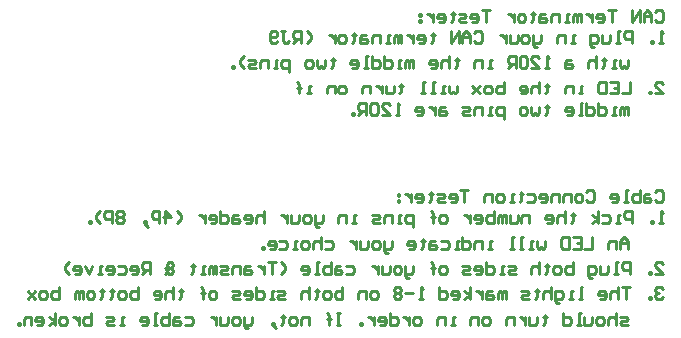
<source format=gbo>
G04*
G04 #@! TF.GenerationSoftware,Altium Limited,Altium Designer,22.6.1 (34)*
G04*
G04 Layer_Color=32896*
%FSLAX25Y25*%
%MOIN*%
G70*
G04*
G04 #@! TF.SameCoordinates,5978FB97-4CE2-4F40-84F9-A025567A3837*
G04*
G04*
G04 #@! TF.FilePolarity,Positive*
G04*
G01*
G75*
%ADD10C,0.01000*%
D10*
X385549Y227655D02*
X386205Y228310D01*
X387517D01*
X388173Y227655D01*
Y225031D01*
X387517Y224375D01*
X386205D01*
X385549Y225031D01*
X383581Y226999D02*
X382270D01*
X381614Y226343D01*
Y224375D01*
X383581D01*
X384238Y225031D01*
X383581Y225687D01*
X381614D01*
X380302Y228310D02*
Y224375D01*
X378334D01*
X377678Y225031D01*
Y225687D01*
Y226343D01*
X378334Y226999D01*
X380302D01*
X376366Y224375D02*
X375054D01*
X375710D01*
Y228310D01*
X376366D01*
X371118Y224375D02*
X372430D01*
X373086Y225031D01*
Y226343D01*
X372430Y226999D01*
X371118D01*
X370462Y226343D01*
Y225687D01*
X373086D01*
X362591Y227655D02*
X363247Y228310D01*
X364559D01*
X365215Y227655D01*
Y225031D01*
X364559Y224375D01*
X363247D01*
X362591Y225031D01*
X360623Y224375D02*
X359311D01*
X358655Y225031D01*
Y226343D01*
X359311Y226999D01*
X360623D01*
X361279Y226343D01*
Y225031D01*
X360623Y224375D01*
X357343D02*
Y226999D01*
X355375D01*
X354719Y226343D01*
Y224375D01*
X353408D02*
Y226999D01*
X351440D01*
X350784Y226343D01*
Y224375D01*
X347504D02*
X348816D01*
X349472Y225031D01*
Y226343D01*
X348816Y226999D01*
X347504D01*
X346848Y226343D01*
Y225687D01*
X349472D01*
X342912Y226999D02*
X344880D01*
X345536Y226343D01*
Y225031D01*
X344880Y224375D01*
X342912D01*
X340944Y227655D02*
Y226999D01*
X341600D01*
X340288D01*
X340944D01*
Y225031D01*
X340288Y224375D01*
X338320D02*
X337009D01*
X337665D01*
Y226999D01*
X338320D01*
X334385Y224375D02*
X333073D01*
X332417Y225031D01*
Y226343D01*
X333073Y226999D01*
X334385D01*
X335041Y226343D01*
Y225031D01*
X334385Y224375D01*
X331105D02*
Y226999D01*
X329137D01*
X328481Y226343D01*
Y224375D01*
X323234Y228310D02*
X320610D01*
X321922D01*
Y224375D01*
X317330D02*
X318642D01*
X319298Y225031D01*
Y226343D01*
X318642Y226999D01*
X317330D01*
X316674Y226343D01*
Y225687D01*
X319298D01*
X315362Y224375D02*
X313394D01*
X312738Y225031D01*
X313394Y225687D01*
X314706D01*
X315362Y226343D01*
X314706Y226999D01*
X312738D01*
X310770Y227655D02*
Y226999D01*
X311426D01*
X310114D01*
X310770D01*
Y225031D01*
X310114Y224375D01*
X306179D02*
X307491D01*
X308147Y225031D01*
Y226343D01*
X307491Y226999D01*
X306179D01*
X305523Y226343D01*
Y225687D01*
X308147D01*
X304211Y226999D02*
Y224375D01*
Y225687D01*
X303555Y226343D01*
X302899Y226999D01*
X302243D01*
X300275D02*
X299619D01*
Y226343D01*
X300275D01*
Y226999D01*
Y225031D02*
X299619D01*
Y224375D01*
X300275D01*
Y225031D01*
X388173Y217252D02*
X386861D01*
X387517D01*
Y221188D01*
X388173Y220532D01*
X384893Y217252D02*
Y217908D01*
X384238D01*
Y217252D01*
X384893D01*
X377678D02*
Y221188D01*
X375710D01*
X375054Y220532D01*
Y219220D01*
X375710Y218564D01*
X377678D01*
X373742Y217252D02*
X372430D01*
X373086D01*
Y219876D01*
X373742D01*
X367839D02*
X369807D01*
X370462Y219220D01*
Y217908D01*
X369807Y217252D01*
X367839D01*
X366527D02*
Y221188D01*
Y218564D02*
X364559Y219876D01*
X366527Y218564D02*
X364559Y217252D01*
X357999Y220532D02*
Y219876D01*
X358655D01*
X357343D01*
X357999D01*
Y217908D01*
X357343Y217252D01*
X355375Y221188D02*
Y217252D01*
Y219220D01*
X354719Y219876D01*
X353408D01*
X352752Y219220D01*
Y217252D01*
X349472D02*
X350784D01*
X351440Y217908D01*
Y219220D01*
X350784Y219876D01*
X349472D01*
X348816Y219220D01*
Y218564D01*
X351440D01*
X343568Y217252D02*
Y219876D01*
X341600D01*
X340944Y219220D01*
Y217252D01*
X339633Y219876D02*
Y217908D01*
X338977Y217252D01*
X337009D01*
Y219876D01*
X335697Y217252D02*
Y219876D01*
X335041D01*
X334385Y219220D01*
Y217252D01*
Y219220D01*
X333729Y219876D01*
X333073Y219220D01*
Y217252D01*
X331761Y221188D02*
Y217252D01*
X329793D01*
X329137Y217908D01*
Y218564D01*
Y219220D01*
X329793Y219876D01*
X331761D01*
X325857Y217252D02*
X327169D01*
X327825Y217908D01*
Y219220D01*
X327169Y219876D01*
X325857D01*
X325201Y219220D01*
Y218564D01*
X327825D01*
X323889Y219876D02*
Y217252D01*
Y218564D01*
X323234Y219220D01*
X322578Y219876D01*
X321922D01*
X315362Y217252D02*
X314050D01*
X313394Y217908D01*
Y219220D01*
X314050Y219876D01*
X315362D01*
X316018Y219220D01*
Y217908D01*
X315362Y217252D01*
X311426D02*
Y220532D01*
Y219220D01*
X312082D01*
X310770D01*
X311426D01*
Y220532D01*
X310770Y221188D01*
X304867Y215940D02*
Y219876D01*
X302899D01*
X302243Y219220D01*
Y217908D01*
X302899Y217252D01*
X304867D01*
X300931D02*
X299619D01*
X300275D01*
Y219876D01*
X300931D01*
X297651Y217252D02*
Y219876D01*
X295683D01*
X295027Y219220D01*
Y217252D01*
X293716D02*
X291748D01*
X291092Y217908D01*
X291748Y218564D01*
X293059D01*
X293716Y219220D01*
X293059Y219876D01*
X291092D01*
X285844Y217252D02*
X284532D01*
X285188D01*
Y219876D01*
X285844D01*
X282564Y217252D02*
Y219876D01*
X280596D01*
X279940Y219220D01*
Y217252D01*
X274693Y219876D02*
Y217908D01*
X274037Y217252D01*
X272069D01*
Y216596D01*
X272725Y215940D01*
X273381D01*
X272069Y217252D02*
Y219876D01*
X270101Y217252D02*
X268789D01*
X268133Y217908D01*
Y219220D01*
X268789Y219876D01*
X270101D01*
X270757Y219220D01*
Y217908D01*
X270101Y217252D01*
X266821Y219876D02*
Y217908D01*
X266165Y217252D01*
X264197D01*
Y219876D01*
X262885D02*
Y217252D01*
Y218564D01*
X262230Y219220D01*
X261574Y219876D01*
X260918D01*
X255014Y221188D02*
Y217252D01*
Y219220D01*
X254358Y219876D01*
X253046D01*
X252390Y219220D01*
Y217252D01*
X249110D02*
X250422D01*
X251078Y217908D01*
Y219220D01*
X250422Y219876D01*
X249110D01*
X248454Y219220D01*
Y218564D01*
X251078D01*
X246487Y219876D02*
X245175D01*
X244519Y219220D01*
Y217252D01*
X246487D01*
X247143Y217908D01*
X246487Y218564D01*
X244519D01*
X240583Y221188D02*
Y217252D01*
X242551D01*
X243207Y217908D01*
Y219220D01*
X242551Y219876D01*
X240583D01*
X237303Y217252D02*
X238615D01*
X239271Y217908D01*
Y219220D01*
X238615Y219876D01*
X237303D01*
X236647Y219220D01*
Y218564D01*
X239271D01*
X235335Y219876D02*
Y217252D01*
Y218564D01*
X234679Y219220D01*
X234023Y219876D01*
X233367D01*
X226152Y217252D02*
X227464Y218564D01*
Y219876D01*
X226152Y221188D01*
X222216Y217252D02*
Y221188D01*
X224184Y219220D01*
X221560D01*
X220248Y217252D02*
Y221188D01*
X218281D01*
X217624Y220532D01*
Y219220D01*
X218281Y218564D01*
X220248D01*
X215657Y216596D02*
X215001Y217252D01*
Y217908D01*
X215657D01*
Y217252D01*
X215001D01*
X215657Y216596D01*
X216313Y215940D01*
X208441Y220532D02*
X207785Y221188D01*
X206473D01*
X205817Y220532D01*
Y219876D01*
X206473Y219220D01*
X205817Y218564D01*
Y217908D01*
X206473Y217252D01*
X207785D01*
X208441Y217908D01*
Y218564D01*
X207785Y219220D01*
X208441Y219876D01*
Y220532D01*
X207785Y219220D02*
X206473D01*
X204505Y217252D02*
Y221188D01*
X202537D01*
X201882Y220532D01*
Y219220D01*
X202537Y218564D01*
X204505D01*
X200570Y217252D02*
X199258Y218564D01*
Y219876D01*
X200570Y221188D01*
X197290Y217252D02*
Y217908D01*
X196634D01*
Y217252D01*
X197290D01*
X376366Y208817D02*
Y211441D01*
X375054Y212753D01*
X373742Y211441D01*
Y208817D01*
Y210785D01*
X376366D01*
X372430Y208817D02*
Y211441D01*
X370462D01*
X369807Y210785D01*
Y208817D01*
X364559Y212753D02*
Y208817D01*
X361935D01*
X357999Y212753D02*
X360623D01*
Y208817D01*
X357999D01*
X360623Y210785D02*
X359311D01*
X356687Y212753D02*
Y208817D01*
X354719D01*
X354064Y209473D01*
Y212097D01*
X354719Y212753D01*
X356687D01*
X348816Y211441D02*
Y209473D01*
X348160Y208817D01*
X347504Y209473D01*
X346848Y208817D01*
X346192Y209473D01*
Y211441D01*
X344880Y208817D02*
X343568D01*
X344224D01*
Y211441D01*
X344880D01*
X341600Y208817D02*
X340288D01*
X340944D01*
Y212753D01*
X341600D01*
X338320Y208817D02*
X337009D01*
X337665D01*
Y212753D01*
X338320D01*
X331105Y208817D02*
X329793D01*
X330449D01*
Y211441D01*
X331105D01*
X327825Y208817D02*
Y211441D01*
X325857D01*
X325201Y210785D01*
Y208817D01*
X321266Y212753D02*
Y208817D01*
X323234D01*
X323889Y209473D01*
Y210785D01*
X323234Y211441D01*
X321266D01*
X319954Y208817D02*
X318642D01*
X319298D01*
Y211441D01*
X319954D01*
X314050D02*
X316018D01*
X316674Y210785D01*
Y209473D01*
X316018Y208817D01*
X314050D01*
X312082Y211441D02*
X310770D01*
X310114Y210785D01*
Y208817D01*
X312082D01*
X312738Y209473D01*
X312082Y210129D01*
X310114D01*
X308147Y212097D02*
Y211441D01*
X308803D01*
X307491D01*
X308147D01*
Y209473D01*
X307491Y208817D01*
X303555D02*
X304867D01*
X305523Y209473D01*
Y210785D01*
X304867Y211441D01*
X303555D01*
X302899Y210785D01*
Y210129D01*
X305523D01*
X297651Y211441D02*
Y209473D01*
X296995Y208817D01*
X295027D01*
Y208161D01*
X295683Y207505D01*
X296339D01*
X295027Y208817D02*
Y211441D01*
X293059Y208817D02*
X291748D01*
X291092Y209473D01*
Y210785D01*
X291748Y211441D01*
X293059D01*
X293716Y210785D01*
Y209473D01*
X293059Y208817D01*
X289780Y211441D02*
Y209473D01*
X289124Y208817D01*
X287156D01*
Y211441D01*
X285844D02*
Y208817D01*
Y210129D01*
X285188Y210785D01*
X284532Y211441D01*
X283876D01*
X275349D02*
X277317D01*
X277973Y210785D01*
Y209473D01*
X277317Y208817D01*
X275349D01*
X274037Y212753D02*
Y208817D01*
Y210785D01*
X273381Y211441D01*
X272069D01*
X271413Y210785D01*
Y208817D01*
X269445D02*
X268133D01*
X267477Y209473D01*
Y210785D01*
X268133Y211441D01*
X269445D01*
X270101Y210785D01*
Y209473D01*
X269445Y208817D01*
X266165D02*
X264853D01*
X265509D01*
Y211441D01*
X266165D01*
X260262D02*
X262230D01*
X262885Y210785D01*
Y209473D01*
X262230Y208817D01*
X260262D01*
X256982D02*
X258294D01*
X258950Y209473D01*
Y210785D01*
X258294Y211441D01*
X256982D01*
X256326Y210785D01*
Y210129D01*
X258950D01*
X255014Y208817D02*
Y209473D01*
X254358D01*
Y208817D01*
X255014D01*
X385549Y200382D02*
X388173D01*
X385549Y203006D01*
Y203662D01*
X386205Y204318D01*
X387517D01*
X388173Y203662D01*
X384238Y200382D02*
Y201038D01*
X383581D01*
Y200382D01*
X384238D01*
X377022D02*
Y204318D01*
X375054D01*
X374398Y203662D01*
Y202350D01*
X375054Y201694D01*
X377022D01*
X373086Y200382D02*
X371774D01*
X372430D01*
Y204318D01*
X373086D01*
X369807Y203006D02*
Y201038D01*
X369150Y200382D01*
X367183D01*
Y203006D01*
X364559Y199070D02*
X363903D01*
X363247Y199726D01*
Y203006D01*
X365215D01*
X365871Y202350D01*
Y201038D01*
X365215Y200382D01*
X363247D01*
X357999Y204318D02*
Y200382D01*
X356031D01*
X355375Y201038D01*
Y201694D01*
Y202350D01*
X356031Y203006D01*
X357999D01*
X353408Y200382D02*
X352096D01*
X351440Y201038D01*
Y202350D01*
X352096Y203006D01*
X353408D01*
X354064Y202350D01*
Y201038D01*
X353408Y200382D01*
X349472Y203662D02*
Y203006D01*
X350128D01*
X348816D01*
X349472D01*
Y201038D01*
X348816Y200382D01*
X346848Y204318D02*
Y200382D01*
Y202350D01*
X346192Y203006D01*
X344880D01*
X344224Y202350D01*
Y200382D01*
X338977D02*
X337009D01*
X336353Y201038D01*
X337009Y201694D01*
X338320D01*
X338977Y202350D01*
X338320Y203006D01*
X336353D01*
X335041Y200382D02*
X333729D01*
X334385D01*
Y203006D01*
X335041D01*
X329137Y204318D02*
Y200382D01*
X331105D01*
X331761Y201038D01*
Y202350D01*
X331105Y203006D01*
X329137D01*
X325857Y200382D02*
X327169D01*
X327825Y201038D01*
Y202350D01*
X327169Y203006D01*
X325857D01*
X325201Y202350D01*
Y201694D01*
X327825D01*
X323889Y200382D02*
X321922D01*
X321266Y201038D01*
X321922Y201694D01*
X323234D01*
X323889Y202350D01*
X323234Y203006D01*
X321266D01*
X315362Y200382D02*
X314050D01*
X313394Y201038D01*
Y202350D01*
X314050Y203006D01*
X315362D01*
X316018Y202350D01*
Y201038D01*
X315362Y200382D01*
X311426D02*
Y203662D01*
Y202350D01*
X312082D01*
X310770D01*
X311426D01*
Y203662D01*
X310770Y204318D01*
X304867Y203006D02*
Y201038D01*
X304211Y200382D01*
X302243D01*
Y199726D01*
X302899Y199070D01*
X303555D01*
X302243Y200382D02*
Y203006D01*
X300275Y200382D02*
X298963D01*
X298307Y201038D01*
Y202350D01*
X298963Y203006D01*
X300275D01*
X300931Y202350D01*
Y201038D01*
X300275Y200382D01*
X296995Y203006D02*
Y201038D01*
X296339Y200382D01*
X294372D01*
Y203006D01*
X293059D02*
Y200382D01*
Y201694D01*
X292404Y202350D01*
X291748Y203006D01*
X291092D01*
X282564D02*
X284532D01*
X285188Y202350D01*
Y201038D01*
X284532Y200382D01*
X282564D01*
X280596Y203006D02*
X279285D01*
X278628Y202350D01*
Y200382D01*
X280596D01*
X281252Y201038D01*
X280596Y201694D01*
X278628D01*
X277317Y204318D02*
Y200382D01*
X275349D01*
X274693Y201038D01*
Y201694D01*
Y202350D01*
X275349Y203006D01*
X277317D01*
X273381Y200382D02*
X272069D01*
X272725D01*
Y204318D01*
X273381D01*
X268133Y200382D02*
X269445D01*
X270101Y201038D01*
Y202350D01*
X269445Y203006D01*
X268133D01*
X267477Y202350D01*
Y201694D01*
X270101D01*
X260918Y200382D02*
X262230Y201694D01*
Y203006D01*
X260918Y204318D01*
X258950D02*
X256326D01*
X257638D01*
Y200382D01*
X255014Y203006D02*
Y200382D01*
Y201694D01*
X254358Y202350D01*
X253702Y203006D01*
X253046D01*
X250422D02*
X249110D01*
X248454Y202350D01*
Y200382D01*
X250422D01*
X251078Y201038D01*
X250422Y201694D01*
X248454D01*
X247143Y200382D02*
Y203006D01*
X245175D01*
X244519Y202350D01*
Y200382D01*
X243207D02*
X241239D01*
X240583Y201038D01*
X241239Y201694D01*
X242551D01*
X243207Y202350D01*
X242551Y203006D01*
X240583D01*
X239271Y200382D02*
Y203006D01*
X238615D01*
X237959Y202350D01*
Y200382D01*
Y202350D01*
X237303Y203006D01*
X236647Y202350D01*
Y200382D01*
X235335D02*
X234023D01*
X234679D01*
Y203006D01*
X235335D01*
X231400Y203662D02*
Y203006D01*
X232056D01*
X230744D01*
X231400D01*
Y201038D01*
X230744Y200382D01*
X222216D02*
X222872Y201038D01*
X223528Y200382D01*
X224184D01*
X224840Y201038D01*
Y201694D01*
X224184Y202350D01*
X224840Y203006D01*
Y203662D01*
X224184Y204318D01*
X223528D01*
X222872Y203662D01*
Y203006D01*
X223528Y202350D01*
X222872Y201694D01*
Y201038D01*
X222216Y202350D02*
X222872Y201694D01*
X224184Y202350D02*
X223528D01*
X216969Y200382D02*
Y204318D01*
X215001D01*
X214345Y203662D01*
Y202350D01*
X215001Y201694D01*
X216969D01*
X215657D02*
X214345Y200382D01*
X211065D02*
X212377D01*
X213033Y201038D01*
Y202350D01*
X212377Y203006D01*
X211065D01*
X210409Y202350D01*
Y201694D01*
X213033D01*
X206473Y203006D02*
X208441D01*
X209097Y202350D01*
Y201038D01*
X208441Y200382D01*
X206473D01*
X203193D02*
X204505D01*
X205161Y201038D01*
Y202350D01*
X204505Y203006D01*
X203193D01*
X202537Y202350D01*
Y201694D01*
X205161D01*
X201226Y200382D02*
X199914D01*
X200570D01*
Y203006D01*
X201226D01*
X197946D02*
X196634Y200382D01*
X195322Y203006D01*
X192042Y200382D02*
X193354D01*
X194010Y201038D01*
Y202350D01*
X193354Y203006D01*
X192042D01*
X191386Y202350D01*
Y201694D01*
X194010D01*
X190074Y200382D02*
X188762Y201694D01*
Y203006D01*
X190074Y204318D01*
X388173Y195227D02*
X387517Y195883D01*
X386205D01*
X385549Y195227D01*
Y194571D01*
X386205Y193915D01*
X386861D01*
X386205D01*
X385549Y193259D01*
Y192603D01*
X386205Y191947D01*
X387517D01*
X388173Y192603D01*
X384238Y191947D02*
Y192603D01*
X383581D01*
Y191947D01*
X384238D01*
X377022Y195883D02*
X374398D01*
X375710D01*
Y191947D01*
X373086Y195883D02*
Y191947D01*
Y193915D01*
X372430Y194571D01*
X371118D01*
X370462Y193915D01*
Y191947D01*
X367183D02*
X368495D01*
X369150Y192603D01*
Y193915D01*
X368495Y194571D01*
X367183D01*
X366527Y193915D01*
Y193259D01*
X369150D01*
X361279Y191947D02*
X359967D01*
X360623D01*
Y195883D01*
X361279D01*
X357999Y191947D02*
X356687D01*
X357343D01*
Y194571D01*
X357999D01*
X353408Y190636D02*
X352752D01*
X352096Y191291D01*
Y194571D01*
X354064D01*
X354719Y193915D01*
Y192603D01*
X354064Y191947D01*
X352096D01*
X350784Y195883D02*
Y191947D01*
Y193915D01*
X350128Y194571D01*
X348816D01*
X348160Y193915D01*
Y191947D01*
X346192Y195227D02*
Y194571D01*
X346848D01*
X345536D01*
X346192D01*
Y192603D01*
X345536Y191947D01*
X343568D02*
X341600D01*
X340944Y192603D01*
X341600Y193259D01*
X342912D01*
X343568Y193915D01*
X342912Y194571D01*
X340944D01*
X335697Y191947D02*
Y194571D01*
X335041D01*
X334385Y193915D01*
Y191947D01*
Y193915D01*
X333729Y194571D01*
X333073Y193915D01*
Y191947D01*
X331105Y194571D02*
X329793D01*
X329137Y193915D01*
Y191947D01*
X331105D01*
X331761Y192603D01*
X331105Y193259D01*
X329137D01*
X327825Y194571D02*
Y191947D01*
Y193259D01*
X327169Y193915D01*
X326513Y194571D01*
X325857D01*
X323889Y191947D02*
Y195883D01*
Y193259D02*
X321922Y194571D01*
X323889Y193259D02*
X321922Y191947D01*
X317986D02*
X319298D01*
X319954Y192603D01*
Y193915D01*
X319298Y194571D01*
X317986D01*
X317330Y193915D01*
Y193259D01*
X319954D01*
X313394Y195883D02*
Y191947D01*
X315362D01*
X316018Y192603D01*
Y193915D01*
X315362Y194571D01*
X313394D01*
X308147Y191947D02*
X306835D01*
X307491D01*
Y195883D01*
X308147Y195227D01*
X304867Y193915D02*
X302243D01*
X300931Y195227D02*
X300275Y195883D01*
X298963D01*
X298307Y195227D01*
Y194571D01*
X298963Y193915D01*
X298307Y193259D01*
Y192603D01*
X298963Y191947D01*
X300275D01*
X300931Y192603D01*
Y193259D01*
X300275Y193915D01*
X300931Y194571D01*
Y195227D01*
X300275Y193915D02*
X298963D01*
X292404Y191947D02*
X291092D01*
X290436Y192603D01*
Y193915D01*
X291092Y194571D01*
X292404D01*
X293059Y193915D01*
Y192603D01*
X292404Y191947D01*
X289124D02*
Y194571D01*
X287156D01*
X286500Y193915D01*
Y191947D01*
X281252Y195883D02*
Y191947D01*
X279285D01*
X278628Y192603D01*
Y193259D01*
Y193915D01*
X279285Y194571D01*
X281252D01*
X276661Y191947D02*
X275349D01*
X274693Y192603D01*
Y193915D01*
X275349Y194571D01*
X276661D01*
X277317Y193915D01*
Y192603D01*
X276661Y191947D01*
X272725Y195227D02*
Y194571D01*
X273381D01*
X272069D01*
X272725D01*
Y192603D01*
X272069Y191947D01*
X270101Y195883D02*
Y191947D01*
Y193915D01*
X269445Y194571D01*
X268133D01*
X267477Y193915D01*
Y191947D01*
X262230D02*
X260262D01*
X259606Y192603D01*
X260262Y193259D01*
X261574D01*
X262230Y193915D01*
X261574Y194571D01*
X259606D01*
X258294Y191947D02*
X256982D01*
X257638D01*
Y194571D01*
X258294D01*
X252390Y195883D02*
Y191947D01*
X254358D01*
X255014Y192603D01*
Y193915D01*
X254358Y194571D01*
X252390D01*
X249110Y191947D02*
X250422D01*
X251078Y192603D01*
Y193915D01*
X250422Y194571D01*
X249110D01*
X248454Y193915D01*
Y193259D01*
X251078D01*
X247143Y191947D02*
X245175D01*
X244519Y192603D01*
X245175Y193259D01*
X246487D01*
X247143Y193915D01*
X246487Y194571D01*
X244519D01*
X238615Y191947D02*
X237303D01*
X236647Y192603D01*
Y193915D01*
X237303Y194571D01*
X238615D01*
X239271Y193915D01*
Y192603D01*
X238615Y191947D01*
X234679D02*
Y195227D01*
Y193915D01*
X235335D01*
X234023D01*
X234679D01*
Y195227D01*
X234023Y195883D01*
X227464Y195227D02*
Y194571D01*
X228120D01*
X226808D01*
X227464D01*
Y192603D01*
X226808Y191947D01*
X224840Y195883D02*
Y191947D01*
Y193915D01*
X224184Y194571D01*
X222872D01*
X222216Y193915D01*
Y191947D01*
X218936D02*
X220248D01*
X220904Y192603D01*
Y193915D01*
X220248Y194571D01*
X218936D01*
X218281Y193915D01*
Y193259D01*
X220904D01*
X213033Y195883D02*
Y191947D01*
X211065D01*
X210409Y192603D01*
Y193259D01*
Y193915D01*
X211065Y194571D01*
X213033D01*
X208441Y191947D02*
X207129D01*
X206473Y192603D01*
Y193915D01*
X207129Y194571D01*
X208441D01*
X209097Y193915D01*
Y192603D01*
X208441Y191947D01*
X204505Y195227D02*
Y194571D01*
X205161D01*
X203850D01*
X204505D01*
Y192603D01*
X203850Y191947D01*
X201226Y195227D02*
Y194571D01*
X201882D01*
X200570D01*
X201226D01*
Y192603D01*
X200570Y191947D01*
X197946D02*
X196634D01*
X195978Y192603D01*
Y193915D01*
X196634Y194571D01*
X197946D01*
X198602Y193915D01*
Y192603D01*
X197946Y191947D01*
X194666D02*
Y194571D01*
X194010D01*
X193354Y193915D01*
Y191947D01*
Y193915D01*
X192698Y194571D01*
X192042Y193915D01*
Y191947D01*
X186795Y195883D02*
Y191947D01*
X184827D01*
X184171Y192603D01*
Y193259D01*
Y193915D01*
X184827Y194571D01*
X186795D01*
X182203Y191947D02*
X180891D01*
X180235Y192603D01*
Y193915D01*
X180891Y194571D01*
X182203D01*
X182859Y193915D01*
Y192603D01*
X182203Y191947D01*
X178923Y194571D02*
X176299Y191947D01*
X177611Y193259D01*
X176299Y194571D01*
X178923Y191947D01*
X376366Y183513D02*
X374398D01*
X373742Y184169D01*
X374398Y184825D01*
X375710D01*
X376366Y185481D01*
X375710Y186136D01*
X373742D01*
X372430Y187448D02*
Y183513D01*
Y185481D01*
X371774Y186136D01*
X370462D01*
X369807Y185481D01*
Y183513D01*
X367839D02*
X366527D01*
X365871Y184169D01*
Y185481D01*
X366527Y186136D01*
X367839D01*
X368495Y185481D01*
Y184169D01*
X367839Y183513D01*
X364559Y186136D02*
Y184169D01*
X363903Y183513D01*
X361935D01*
Y186136D01*
X360623Y183513D02*
X359311D01*
X359967D01*
Y187448D01*
X360623D01*
X354719D02*
Y183513D01*
X356687D01*
X357343Y184169D01*
Y185481D01*
X356687Y186136D01*
X354719D01*
X348816Y186793D02*
Y186136D01*
X349472D01*
X348160D01*
X348816D01*
Y184169D01*
X348160Y183513D01*
X346192Y186136D02*
Y184169D01*
X345536Y183513D01*
X343568D01*
Y186136D01*
X342256D02*
Y183513D01*
Y184825D01*
X341600Y185481D01*
X340944Y186136D01*
X340288D01*
X338320Y183513D02*
Y186136D01*
X336353D01*
X335697Y185481D01*
Y183513D01*
X329793D02*
X328481D01*
X327825Y184169D01*
Y185481D01*
X328481Y186136D01*
X329793D01*
X330449Y185481D01*
Y184169D01*
X329793Y183513D01*
X326513D02*
Y186136D01*
X324545D01*
X323889Y185481D01*
Y183513D01*
X318642D02*
X317330D01*
X317986D01*
Y186136D01*
X318642D01*
X315362Y183513D02*
Y186136D01*
X313394D01*
X312738Y185481D01*
Y183513D01*
X306835D02*
X305523D01*
X304867Y184169D01*
Y185481D01*
X305523Y186136D01*
X306835D01*
X307491Y185481D01*
Y184169D01*
X306835Y183513D01*
X303555Y186136D02*
Y183513D01*
Y184825D01*
X302899Y185481D01*
X302243Y186136D01*
X301587D01*
X296995Y187448D02*
Y183513D01*
X298963D01*
X299619Y184169D01*
Y185481D01*
X298963Y186136D01*
X296995D01*
X293716Y183513D02*
X295027D01*
X295683Y184169D01*
Y185481D01*
X295027Y186136D01*
X293716D01*
X293059Y185481D01*
Y184825D01*
X295683D01*
X291748Y186136D02*
Y183513D01*
Y184825D01*
X291092Y185481D01*
X290436Y186136D01*
X289780D01*
X287812Y183513D02*
Y184169D01*
X287156D01*
Y183513D01*
X287812D01*
X280596Y187448D02*
X279285D01*
X279940D01*
Y183513D01*
X280596D01*
X279285D01*
X276661D02*
Y186793D01*
Y185481D01*
X277317D01*
X276005D01*
X276661D01*
Y186793D01*
X276005Y187448D01*
X270101Y183513D02*
Y186136D01*
X268133D01*
X267477Y185481D01*
Y183513D01*
X265509D02*
X264197D01*
X263542Y184169D01*
Y185481D01*
X264197Y186136D01*
X265509D01*
X266165Y185481D01*
Y184169D01*
X265509Y183513D01*
X261574Y186793D02*
Y186136D01*
X262230D01*
X260918D01*
X261574D01*
Y184169D01*
X260918Y183513D01*
X258294Y182857D02*
X257638Y183513D01*
Y184169D01*
X258294D01*
Y183513D01*
X257638D01*
X258294Y182857D01*
X258950Y182201D01*
X251078Y186136D02*
Y184169D01*
X250422Y183513D01*
X248454D01*
Y182857D01*
X249110Y182201D01*
X249766D01*
X248454Y183513D02*
Y186136D01*
X246487Y183513D02*
X245175D01*
X244519Y184169D01*
Y185481D01*
X245175Y186136D01*
X246487D01*
X247143Y185481D01*
Y184169D01*
X246487Y183513D01*
X243207Y186136D02*
Y184169D01*
X242551Y183513D01*
X240583D01*
Y186136D01*
X239271D02*
Y183513D01*
Y184825D01*
X238615Y185481D01*
X237959Y186136D01*
X237303D01*
X228776D02*
X230744D01*
X231400Y185481D01*
Y184169D01*
X230744Y183513D01*
X228776D01*
X226808Y186136D02*
X225496D01*
X224840Y185481D01*
Y183513D01*
X226808D01*
X227464Y184169D01*
X226808Y184825D01*
X224840D01*
X223528Y187448D02*
Y183513D01*
X221560D01*
X220904Y184169D01*
Y184825D01*
Y185481D01*
X221560Y186136D01*
X223528D01*
X219592Y183513D02*
X218281D01*
X218936D01*
Y187448D01*
X219592D01*
X214345Y183513D02*
X215657D01*
X216313Y184169D01*
Y185481D01*
X215657Y186136D01*
X214345D01*
X213689Y185481D01*
Y184825D01*
X216313D01*
X208441Y183513D02*
X207129D01*
X207785D01*
Y186136D01*
X208441D01*
X205161Y183513D02*
X203193D01*
X202537Y184169D01*
X203193Y184825D01*
X204505D01*
X205161Y185481D01*
X204505Y186136D01*
X202537D01*
X197290Y187448D02*
Y183513D01*
X195322D01*
X194666Y184169D01*
Y184825D01*
Y185481D01*
X195322Y186136D01*
X197290D01*
X193354D02*
Y183513D01*
Y184825D01*
X192698Y185481D01*
X192042Y186136D01*
X191386D01*
X188762Y183513D02*
X187451D01*
X186795Y184169D01*
Y185481D01*
X187451Y186136D01*
X188762D01*
X189418Y185481D01*
Y184169D01*
X188762Y183513D01*
X185483D02*
Y187448D01*
Y184825D02*
X183515Y186136D01*
X185483Y184825D02*
X183515Y183513D01*
X179579D02*
X180891D01*
X181547Y184169D01*
Y185481D01*
X180891Y186136D01*
X179579D01*
X178923Y185481D01*
Y184825D01*
X181547D01*
X177611Y183513D02*
Y186136D01*
X175643D01*
X174987Y185481D01*
Y183513D01*
X173675D02*
Y184169D01*
X173020D01*
Y183513D01*
X173675D01*
X385549Y287790D02*
X386205Y288446D01*
X387517D01*
X388173Y287790D01*
Y285166D01*
X387517Y284510D01*
X386205D01*
X385549Y285166D01*
X384238Y284510D02*
Y287134D01*
X382926Y288446D01*
X381614Y287134D01*
Y284510D01*
Y286478D01*
X384238D01*
X380302Y284510D02*
Y288446D01*
X377678Y284510D01*
Y288446D01*
X372430D02*
X369807D01*
X371118D01*
Y284510D01*
X366527D02*
X367839D01*
X368495Y285166D01*
Y286478D01*
X367839Y287134D01*
X366527D01*
X365871Y286478D01*
Y285822D01*
X368495D01*
X364559Y287134D02*
Y284510D01*
Y285822D01*
X363903Y286478D01*
X363247Y287134D01*
X362591D01*
X360623Y284510D02*
Y287134D01*
X359967D01*
X359311Y286478D01*
Y284510D01*
Y286478D01*
X358655Y287134D01*
X357999Y286478D01*
Y284510D01*
X356687D02*
X355375D01*
X356031D01*
Y287134D01*
X356687D01*
X353408Y284510D02*
Y287134D01*
X351440D01*
X350784Y286478D01*
Y284510D01*
X348816Y287134D02*
X347504D01*
X346848Y286478D01*
Y284510D01*
X348816D01*
X349472Y285166D01*
X348816Y285822D01*
X346848D01*
X344880Y287790D02*
Y287134D01*
X345536D01*
X344224D01*
X344880D01*
Y285166D01*
X344224Y284510D01*
X341600D02*
X340288D01*
X339633Y285166D01*
Y286478D01*
X340288Y287134D01*
X341600D01*
X342256Y286478D01*
Y285166D01*
X341600Y284510D01*
X338320Y287134D02*
Y284510D01*
Y285822D01*
X337665Y286478D01*
X337009Y287134D01*
X336353D01*
X330449Y288446D02*
X327825D01*
X329137D01*
Y284510D01*
X324545D02*
X325857D01*
X326513Y285166D01*
Y286478D01*
X325857Y287134D01*
X324545D01*
X323889Y286478D01*
Y285822D01*
X326513D01*
X322578Y284510D02*
X320610D01*
X319954Y285166D01*
X320610Y285822D01*
X321922D01*
X322578Y286478D01*
X321922Y287134D01*
X319954D01*
X317986Y287790D02*
Y287134D01*
X318642D01*
X317330D01*
X317986D01*
Y285166D01*
X317330Y284510D01*
X313394D02*
X314706D01*
X315362Y285166D01*
Y286478D01*
X314706Y287134D01*
X313394D01*
X312738Y286478D01*
Y285822D01*
X315362D01*
X311426Y287134D02*
Y284510D01*
Y285822D01*
X310770Y286478D01*
X310114Y287134D01*
X309458D01*
X307491D02*
X306835D01*
Y286478D01*
X307491D01*
Y287134D01*
Y285166D02*
X306835D01*
Y284510D01*
X307491D01*
Y285166D01*
X388173Y277387D02*
X386861D01*
X387517D01*
Y281323D01*
X388173Y280667D01*
X384893Y277387D02*
Y278043D01*
X384238D01*
Y277387D01*
X384893D01*
X377678D02*
Y281323D01*
X375710D01*
X375054Y280667D01*
Y279355D01*
X375710Y278699D01*
X377678D01*
X373742Y277387D02*
X372430D01*
X373086D01*
Y281323D01*
X373742D01*
X370462Y280011D02*
Y278043D01*
X369807Y277387D01*
X367839D01*
Y280011D01*
X365215Y276075D02*
X364559D01*
X363903Y276731D01*
Y280011D01*
X365871D01*
X366527Y279355D01*
Y278043D01*
X365871Y277387D01*
X363903D01*
X358655D02*
X357343D01*
X357999D01*
Y280011D01*
X358655D01*
X355375Y277387D02*
Y280011D01*
X353408D01*
X352752Y279355D01*
Y277387D01*
X347504Y280011D02*
Y278043D01*
X346848Y277387D01*
X344880D01*
Y276731D01*
X345536Y276075D01*
X346192D01*
X344880Y277387D02*
Y280011D01*
X342912Y277387D02*
X341600D01*
X340944Y278043D01*
Y279355D01*
X341600Y280011D01*
X342912D01*
X343568Y279355D01*
Y278043D01*
X342912Y277387D01*
X339633Y280011D02*
Y278043D01*
X338977Y277387D01*
X337009D01*
Y280011D01*
X335697D02*
Y277387D01*
Y278699D01*
X335041Y279355D01*
X334385Y280011D01*
X333729D01*
X325201Y280667D02*
X325857Y281323D01*
X327169D01*
X327825Y280667D01*
Y278043D01*
X327169Y277387D01*
X325857D01*
X325201Y278043D01*
X323889Y277387D02*
Y280011D01*
X322578Y281323D01*
X321266Y280011D01*
Y277387D01*
Y279355D01*
X323889D01*
X319954Y277387D02*
Y281323D01*
X317330Y277387D01*
Y281323D01*
X311426Y280667D02*
Y280011D01*
X312082D01*
X310770D01*
X311426D01*
Y278043D01*
X310770Y277387D01*
X306835D02*
X308147D01*
X308803Y278043D01*
Y279355D01*
X308147Y280011D01*
X306835D01*
X306179Y279355D01*
Y278699D01*
X308803D01*
X304867Y280011D02*
Y277387D01*
Y278699D01*
X304211Y279355D01*
X303555Y280011D01*
X302899D01*
X300931Y277387D02*
Y280011D01*
X300275D01*
X299619Y279355D01*
Y277387D01*
Y279355D01*
X298963Y280011D01*
X298307Y279355D01*
Y277387D01*
X296995D02*
X295683D01*
X296339D01*
Y280011D01*
X296995D01*
X293716Y277387D02*
Y280011D01*
X291748D01*
X291092Y279355D01*
Y277387D01*
X289124Y280011D02*
X287812D01*
X287156Y279355D01*
Y277387D01*
X289124D01*
X289780Y278043D01*
X289124Y278699D01*
X287156D01*
X285188Y280667D02*
Y280011D01*
X285844D01*
X284532D01*
X285188D01*
Y278043D01*
X284532Y277387D01*
X281908D02*
X280596D01*
X279940Y278043D01*
Y279355D01*
X280596Y280011D01*
X281908D01*
X282564Y279355D01*
Y278043D01*
X281908Y277387D01*
X278628Y280011D02*
Y277387D01*
Y278699D01*
X277973Y279355D01*
X277317Y280011D01*
X276661D01*
X269445Y277387D02*
X270757Y278699D01*
Y280011D01*
X269445Y281323D01*
X267477Y277387D02*
Y281323D01*
X265509D01*
X264853Y280667D01*
Y279355D01*
X265509Y278699D01*
X267477D01*
X266165D02*
X264853Y277387D01*
X260918Y281323D02*
X262230D01*
X261574D01*
Y278043D01*
X262230Y277387D01*
X262885D01*
X263542Y278043D01*
X259606D02*
X258950Y277387D01*
X257638D01*
X256982Y278043D01*
Y280667D01*
X257638Y281323D01*
X258950D01*
X259606Y280667D01*
Y280011D01*
X258950Y279355D01*
X256982D01*
X376366Y271576D02*
Y269608D01*
X375710Y268952D01*
X375054Y269608D01*
X374398Y268952D01*
X373742Y269608D01*
Y271576D01*
X372430Y268952D02*
X371118D01*
X371774D01*
Y271576D01*
X372430D01*
X368495Y272232D02*
Y271576D01*
X369150D01*
X367839D01*
X368495D01*
Y269608D01*
X367839Y268952D01*
X365871Y272888D02*
Y268952D01*
Y270920D01*
X365215Y271576D01*
X363903D01*
X363247Y270920D01*
Y268952D01*
X357343Y271576D02*
X356031D01*
X355375Y270920D01*
Y268952D01*
X357343D01*
X357999Y269608D01*
X357343Y270264D01*
X355375D01*
X350128Y268952D02*
X348816D01*
X349472D01*
Y272888D01*
X350128Y272232D01*
X344224Y268952D02*
X346848D01*
X344224Y271576D01*
Y272232D01*
X344880Y272888D01*
X346192D01*
X346848Y272232D01*
X342912D02*
X342256Y272888D01*
X340944D01*
X340288Y272232D01*
Y269608D01*
X340944Y268952D01*
X342256D01*
X342912Y269608D01*
Y272232D01*
X338977Y268952D02*
Y272888D01*
X337009D01*
X336353Y272232D01*
Y270920D01*
X337009Y270264D01*
X338977D01*
X337665D02*
X336353Y268952D01*
X331105D02*
X329793D01*
X330449D01*
Y271576D01*
X331105D01*
X327825Y268952D02*
Y271576D01*
X325857D01*
X325201Y270920D01*
Y268952D01*
X319298Y272232D02*
Y271576D01*
X319954D01*
X318642D01*
X319298D01*
Y269608D01*
X318642Y268952D01*
X316674Y272888D02*
Y268952D01*
Y270920D01*
X316018Y271576D01*
X314706D01*
X314050Y270920D01*
Y268952D01*
X310770D02*
X312082D01*
X312738Y269608D01*
Y270920D01*
X312082Y271576D01*
X310770D01*
X310114Y270920D01*
Y270264D01*
X312738D01*
X304867Y268952D02*
Y271576D01*
X304211D01*
X303555Y270920D01*
Y268952D01*
Y270920D01*
X302899Y271576D01*
X302243Y270920D01*
Y268952D01*
X300931D02*
X299619D01*
X300275D01*
Y271576D01*
X300931D01*
X295027Y272888D02*
Y268952D01*
X296995D01*
X297651Y269608D01*
Y270920D01*
X296995Y271576D01*
X295027D01*
X291092Y272888D02*
Y268952D01*
X293059D01*
X293716Y269608D01*
Y270920D01*
X293059Y271576D01*
X291092D01*
X289780Y268952D02*
X288468D01*
X289124D01*
Y272888D01*
X289780D01*
X284532Y268952D02*
X285844D01*
X286500Y269608D01*
Y270920D01*
X285844Y271576D01*
X284532D01*
X283876Y270920D01*
Y270264D01*
X286500D01*
X277973Y272232D02*
Y271576D01*
X278628D01*
X277317D01*
X277973D01*
Y269608D01*
X277317Y268952D01*
X275349Y271576D02*
Y269608D01*
X274693Y268952D01*
X274037Y269608D01*
X273381Y268952D01*
X272725Y269608D01*
Y271576D01*
X270757Y268952D02*
X269445D01*
X268789Y269608D01*
Y270920D01*
X269445Y271576D01*
X270757D01*
X271413Y270920D01*
Y269608D01*
X270757Y268952D01*
X263542Y267640D02*
Y271576D01*
X261574D01*
X260918Y270920D01*
Y269608D01*
X261574Y268952D01*
X263542D01*
X259606D02*
X258294D01*
X258950D01*
Y271576D01*
X259606D01*
X256326Y268952D02*
Y271576D01*
X254358D01*
X253702Y270920D01*
Y268952D01*
X252390D02*
X250422D01*
X249766Y269608D01*
X250422Y270264D01*
X251734D01*
X252390Y270920D01*
X251734Y271576D01*
X249766D01*
X248454Y268952D02*
X247143Y270264D01*
Y271576D01*
X248454Y272888D01*
X245175Y268952D02*
Y269608D01*
X244519D01*
Y268952D01*
X245175D01*
X385549Y260518D02*
X388173D01*
X385549Y263141D01*
Y263797D01*
X386205Y264453D01*
X387517D01*
X388173Y263797D01*
X384238Y260518D02*
Y261173D01*
X383581D01*
Y260518D01*
X384238D01*
X377022Y264453D02*
Y260518D01*
X374398D01*
X370462Y264453D02*
X373086D01*
Y260518D01*
X370462D01*
X373086Y262485D02*
X371774D01*
X369150Y264453D02*
Y260518D01*
X367183D01*
X366527Y261173D01*
Y263797D01*
X367183Y264453D01*
X369150D01*
X361279Y260518D02*
X359967D01*
X360623D01*
Y263141D01*
X361279D01*
X357999Y260518D02*
Y263141D01*
X356031D01*
X355375Y262485D01*
Y260518D01*
X349472Y263797D02*
Y263141D01*
X350128D01*
X348816D01*
X349472D01*
Y261173D01*
X348816Y260518D01*
X346848Y264453D02*
Y260518D01*
Y262485D01*
X346192Y263141D01*
X344880D01*
X344224Y262485D01*
Y260518D01*
X340944D02*
X342256D01*
X342912Y261173D01*
Y262485D01*
X342256Y263141D01*
X340944D01*
X340288Y262485D01*
Y261829D01*
X342912D01*
X335041Y264453D02*
Y260518D01*
X333073D01*
X332417Y261173D01*
Y261829D01*
Y262485D01*
X333073Y263141D01*
X335041D01*
X330449Y260518D02*
X329137D01*
X328481Y261173D01*
Y262485D01*
X329137Y263141D01*
X330449D01*
X331105Y262485D01*
Y261173D01*
X330449Y260518D01*
X327169Y263141D02*
X324546Y260518D01*
X325857Y261829D01*
X324546Y263141D01*
X327169Y260518D01*
X319298Y263141D02*
Y261173D01*
X318642Y260518D01*
X317986Y261173D01*
X317330Y260518D01*
X316674Y261173D01*
Y263141D01*
X315362Y260518D02*
X314050D01*
X314706D01*
Y263141D01*
X315362D01*
X312082Y260518D02*
X310770D01*
X311426D01*
Y264453D01*
X312082D01*
X308803Y260518D02*
X307491D01*
X308147D01*
Y264453D01*
X308803D01*
X300931Y263797D02*
Y263141D01*
X301587D01*
X300275D01*
X300931D01*
Y261173D01*
X300275Y260518D01*
X298307Y263141D02*
Y261173D01*
X297651Y260518D01*
X295683D01*
Y263141D01*
X294372D02*
Y260518D01*
Y261829D01*
X293716Y262485D01*
X293059Y263141D01*
X292404D01*
X290436Y260518D02*
Y263141D01*
X288468D01*
X287812Y262485D01*
Y260518D01*
X281908D02*
X280596D01*
X279940Y261173D01*
Y262485D01*
X280596Y263141D01*
X281908D01*
X282564Y262485D01*
Y261173D01*
X281908Y260518D01*
X278628D02*
Y263141D01*
X276661D01*
X276005Y262485D01*
Y260518D01*
X270757D02*
X269445D01*
X270101D01*
Y263141D01*
X270757D01*
X266821Y260518D02*
Y263797D01*
Y262485D01*
X267477D01*
X266165D01*
X266821D01*
Y263797D01*
X266165Y264453D01*
X376366Y253395D02*
Y256018D01*
X375710D01*
X375054Y255362D01*
Y253395D01*
Y255362D01*
X374398Y256018D01*
X373742Y255362D01*
Y253395D01*
X372430D02*
X371118D01*
X371774D01*
Y256018D01*
X372430D01*
X366527Y257330D02*
Y253395D01*
X368495D01*
X369150Y254050D01*
Y255362D01*
X368495Y256018D01*
X366527D01*
X362591Y257330D02*
Y253395D01*
X364559D01*
X365215Y254050D01*
Y255362D01*
X364559Y256018D01*
X362591D01*
X361279Y253395D02*
X359967D01*
X360623D01*
Y257330D01*
X361279D01*
X356031Y253395D02*
X357343D01*
X357999Y254050D01*
Y255362D01*
X357343Y256018D01*
X356031D01*
X355375Y255362D01*
Y254707D01*
X357999D01*
X349472Y256674D02*
Y256018D01*
X350128D01*
X348816D01*
X349472D01*
Y254050D01*
X348816Y253395D01*
X346848Y256018D02*
Y254050D01*
X346192Y253395D01*
X345536Y254050D01*
X344880Y253395D01*
X344224Y254050D01*
Y256018D01*
X342256Y253395D02*
X340944D01*
X340288Y254050D01*
Y255362D01*
X340944Y256018D01*
X342256D01*
X342912Y255362D01*
Y254050D01*
X342256Y253395D01*
X335041Y252083D02*
Y256018D01*
X333073D01*
X332417Y255362D01*
Y254050D01*
X333073Y253395D01*
X335041D01*
X331105D02*
X329793D01*
X330449D01*
Y256018D01*
X331105D01*
X327825Y253395D02*
Y256018D01*
X325857D01*
X325201Y255362D01*
Y253395D01*
X323889D02*
X321922D01*
X321266Y254050D01*
X321922Y254707D01*
X323234D01*
X323889Y255362D01*
X323234Y256018D01*
X321266D01*
X315362D02*
X314050D01*
X313394Y255362D01*
Y253395D01*
X315362D01*
X316018Y254050D01*
X315362Y254707D01*
X313394D01*
X312082Y256018D02*
Y253395D01*
Y254707D01*
X311426Y255362D01*
X310770Y256018D01*
X310114D01*
X306179Y253395D02*
X307491D01*
X308147Y254050D01*
Y255362D01*
X307491Y256018D01*
X306179D01*
X305523Y255362D01*
Y254707D01*
X308147D01*
X300275Y253395D02*
X298963D01*
X299619D01*
Y257330D01*
X300275Y256674D01*
X294372Y253395D02*
X296995D01*
X294372Y256018D01*
Y256674D01*
X295027Y257330D01*
X296339D01*
X296995Y256674D01*
X293059D02*
X292404Y257330D01*
X291092D01*
X290436Y256674D01*
Y254050D01*
X291092Y253395D01*
X292404D01*
X293059Y254050D01*
Y256674D01*
X289124Y253395D02*
Y257330D01*
X287156D01*
X286500Y256674D01*
Y255362D01*
X287156Y254707D01*
X289124D01*
X287812D02*
X286500Y253395D01*
X285188D02*
Y254050D01*
X284532D01*
Y253395D01*
X285188D01*
M02*

</source>
